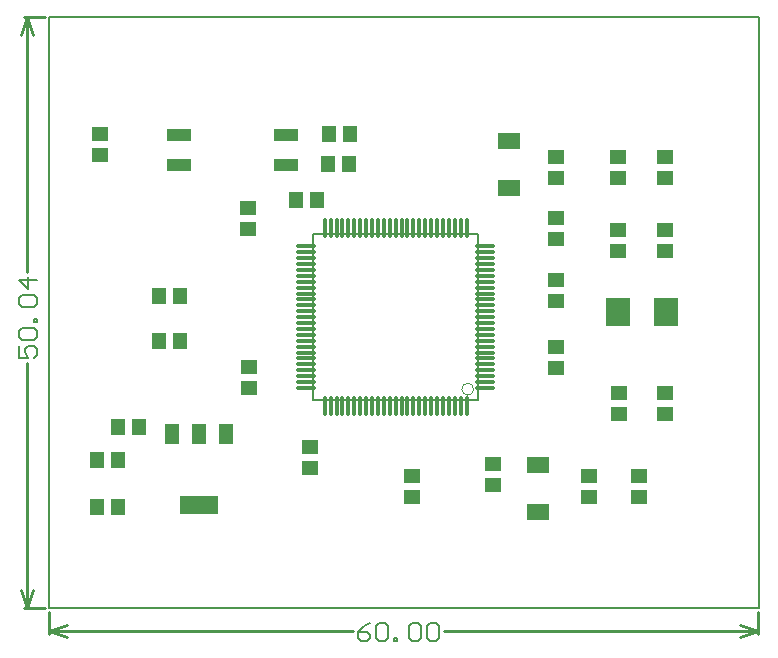
<source format=gtp>
G04*
G04 #@! TF.GenerationSoftware,Altium Limited,Altium Designer,20.0.13 (296)*
G04*
G04 Layer_Color=8421504*
%FSLAX24Y24*%
%MOIN*%
G70*
G01*
G75*
%ADD14C,0.0100*%
%ADD17C,0.0080*%
%ADD18C,0.0060*%
%ADD19C,0.0039*%
%ADD20R,0.0472X0.0709*%
%ADD21R,0.1260X0.0630*%
%ADD22R,0.0787X0.0945*%
%ADD23R,0.0579X0.0457*%
%ADD24R,0.0457X0.0579*%
%ADD25R,0.0748X0.0583*%
%ADD26O,0.0709X0.0110*%
%ADD27O,0.0110X0.0709*%
%ADD28R,0.0787X0.0394*%
D14*
X23622Y-850D02*
Y-140D01*
X0Y-850D02*
Y-140D01*
X13161Y-750D02*
X23622D01*
X0D02*
X10141D01*
X23022Y-550D02*
X23622Y-750D01*
X23022Y-950D02*
X23622Y-750D01*
X0D02*
X600Y-950D01*
X0Y-750D02*
X600Y-550D01*
X-850Y19700D02*
X-140D01*
X-850Y-0D02*
X-140D01*
X-750Y11200D02*
Y19700D01*
Y-0D02*
Y8180D01*
X-950Y19100D02*
X-750Y19700D01*
X-550Y19100D01*
X-750Y-0D02*
X-550Y600D01*
X-950D02*
X-750Y-0D01*
D17*
X23650Y18144D02*
Y19700D01*
X0D02*
X23650D01*
Y-0D02*
Y18144D01*
X0Y-0D02*
X23622D01*
X0D02*
Y19700D01*
X14306Y6944D02*
Y12456D01*
X8794Y6944D02*
Y12456D01*
Y6944D02*
X14306D01*
X8794Y12456D02*
X14306D01*
D18*
X10701Y-510D02*
X10501Y-610D01*
X10301Y-810D01*
Y-1010D01*
X10401Y-1110D01*
X10601D01*
X10701Y-1010D01*
Y-910D01*
X10601Y-810D01*
X10301D01*
X10901Y-610D02*
X11001Y-510D01*
X11201D01*
X11301Y-610D01*
Y-1010D01*
X11201Y-1110D01*
X11001D01*
X10901Y-1010D01*
Y-610D01*
X11501Y-1110D02*
Y-1010D01*
X11601D01*
Y-1110D01*
X11501D01*
X12001Y-610D02*
X12101Y-510D01*
X12301D01*
X12401Y-610D01*
Y-1010D01*
X12301Y-1110D01*
X12101D01*
X12001Y-1010D01*
Y-610D01*
X12601D02*
X12701Y-510D01*
X12901D01*
X13001Y-610D01*
Y-1010D01*
X12901Y-1110D01*
X12701D01*
X12601Y-1010D01*
Y-610D01*
X-990Y8740D02*
Y8340D01*
X-690D01*
X-790Y8540D01*
Y8640D01*
X-690Y8740D01*
X-490D01*
X-390Y8640D01*
Y8440D01*
X-490Y8340D01*
X-890Y8940D02*
X-990Y9040D01*
Y9240D01*
X-890Y9340D01*
X-490D01*
X-390Y9240D01*
Y9040D01*
X-490Y8940D01*
X-890D01*
X-390Y9540D02*
X-490D01*
Y9640D01*
X-390D01*
Y9540D01*
X-890Y10040D02*
X-990Y10140D01*
Y10340D01*
X-890Y10440D01*
X-490D01*
X-390Y10340D01*
Y10140D01*
X-490Y10040D01*
X-890D01*
X-390Y10940D02*
X-990D01*
X-690Y10640D01*
Y11040D01*
D19*
X14148Y7298D02*
G03*
X14148Y7298I-197J0D01*
G01*
D20*
X5890Y5799D02*
D03*
X4984D02*
D03*
X4079D02*
D03*
D21*
X4984Y3437D02*
D03*
D22*
X18975Y9878D02*
D03*
X20550D02*
D03*
D23*
X1693Y15112D02*
D03*
Y15812D02*
D03*
X6650Y8051D02*
D03*
Y7350D02*
D03*
X16900Y10250D02*
D03*
Y10951D02*
D03*
Y8011D02*
D03*
Y8711D02*
D03*
X19000Y7173D02*
D03*
Y6472D02*
D03*
X20536Y6483D02*
D03*
Y7184D02*
D03*
X18950Y11918D02*
D03*
Y12619D02*
D03*
X20536Y11899D02*
D03*
Y12600D02*
D03*
X16900Y13001D02*
D03*
Y12300D02*
D03*
Y14328D02*
D03*
Y15028D02*
D03*
X18950Y15028D02*
D03*
Y14328D02*
D03*
X20536Y14328D02*
D03*
Y15028D02*
D03*
X19659Y3690D02*
D03*
Y4391D02*
D03*
X17983Y3690D02*
D03*
Y4391D02*
D03*
X14800Y4106D02*
D03*
Y4806D02*
D03*
X8699Y5385D02*
D03*
Y4684D02*
D03*
X12100Y4400D02*
D03*
Y3699D02*
D03*
X6645Y12650D02*
D03*
Y13350D02*
D03*
D24*
X4351Y10397D02*
D03*
X3650D02*
D03*
Y8913D02*
D03*
X4351D02*
D03*
X9332Y15804D02*
D03*
X10032D02*
D03*
X9309Y14792D02*
D03*
X10010D02*
D03*
X8214Y13600D02*
D03*
X8915D02*
D03*
X2308Y6026D02*
D03*
X3009D02*
D03*
X2300Y4950D02*
D03*
X1599D02*
D03*
X2300Y3365D02*
D03*
X1599D02*
D03*
D25*
X15319Y13997D02*
D03*
Y15571D02*
D03*
X16292Y4787D02*
D03*
Y3213D02*
D03*
D26*
X14522Y7338D02*
D03*
Y7535D02*
D03*
Y7732D02*
D03*
Y7928D02*
D03*
Y8125D02*
D03*
Y8322D02*
D03*
Y8519D02*
D03*
Y8716D02*
D03*
Y8913D02*
D03*
Y9109D02*
D03*
Y9306D02*
D03*
Y9503D02*
D03*
Y9700D02*
D03*
Y9897D02*
D03*
Y10094D02*
D03*
Y10291D02*
D03*
Y10487D02*
D03*
Y10684D02*
D03*
Y10881D02*
D03*
Y11078D02*
D03*
Y11275D02*
D03*
Y11472D02*
D03*
Y11669D02*
D03*
Y11865D02*
D03*
Y12062D02*
D03*
X8578D02*
D03*
Y11865D02*
D03*
Y11669D02*
D03*
Y11472D02*
D03*
Y11275D02*
D03*
Y11078D02*
D03*
Y10881D02*
D03*
Y10684D02*
D03*
Y10487D02*
D03*
Y10291D02*
D03*
Y10094D02*
D03*
Y9897D02*
D03*
Y9700D02*
D03*
Y9503D02*
D03*
Y9306D02*
D03*
Y9109D02*
D03*
Y8913D02*
D03*
Y8716D02*
D03*
Y8519D02*
D03*
Y8322D02*
D03*
Y8125D02*
D03*
Y7928D02*
D03*
Y7732D02*
D03*
Y7535D02*
D03*
Y7338D02*
D03*
D27*
X13912Y12672D02*
D03*
X13715D02*
D03*
X13519D02*
D03*
X13322D02*
D03*
X13125D02*
D03*
X12928D02*
D03*
X12731D02*
D03*
X12534D02*
D03*
X12337D02*
D03*
X12141D02*
D03*
X11944D02*
D03*
X11747D02*
D03*
X11550D02*
D03*
X11353D02*
D03*
X11156D02*
D03*
X10959D02*
D03*
X10763D02*
D03*
X10566D02*
D03*
X10369D02*
D03*
X10172D02*
D03*
X9975D02*
D03*
X9778D02*
D03*
X9582D02*
D03*
X9385D02*
D03*
X9188D02*
D03*
Y6728D02*
D03*
X9385D02*
D03*
X9582D02*
D03*
X9778D02*
D03*
X9975D02*
D03*
X10172D02*
D03*
X10369D02*
D03*
X10566D02*
D03*
X10763D02*
D03*
X10959D02*
D03*
X11156D02*
D03*
X11353D02*
D03*
X11550D02*
D03*
X11747D02*
D03*
X11944D02*
D03*
X12141D02*
D03*
X12337D02*
D03*
X12534D02*
D03*
X12731D02*
D03*
X12928D02*
D03*
X13125D02*
D03*
X13322D02*
D03*
X13519D02*
D03*
X13715D02*
D03*
X13912D02*
D03*
D28*
X4341Y14780D02*
D03*
Y15780D02*
D03*
X7884D02*
D03*
Y14780D02*
D03*
M02*

</source>
